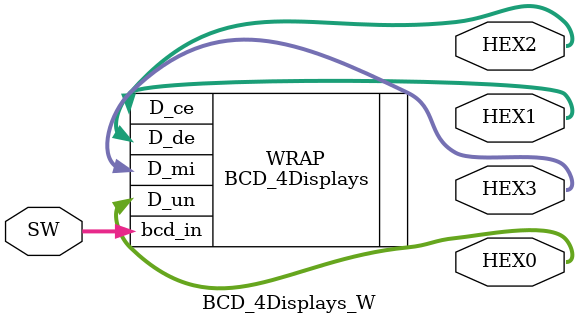
<source format=v>
module BCD_4Displays_W (

    input  [9:0] SW,
    output [6:0] HEX0, HEX1, HEX2, HEX3
    
);

    BCD_4Displays WRAP (.bcd_in(SW), .D_un(HEX0), .D_de(HEX1), .D_ce(HEX2), .D_mi(HEX3));

endmodule

</source>
